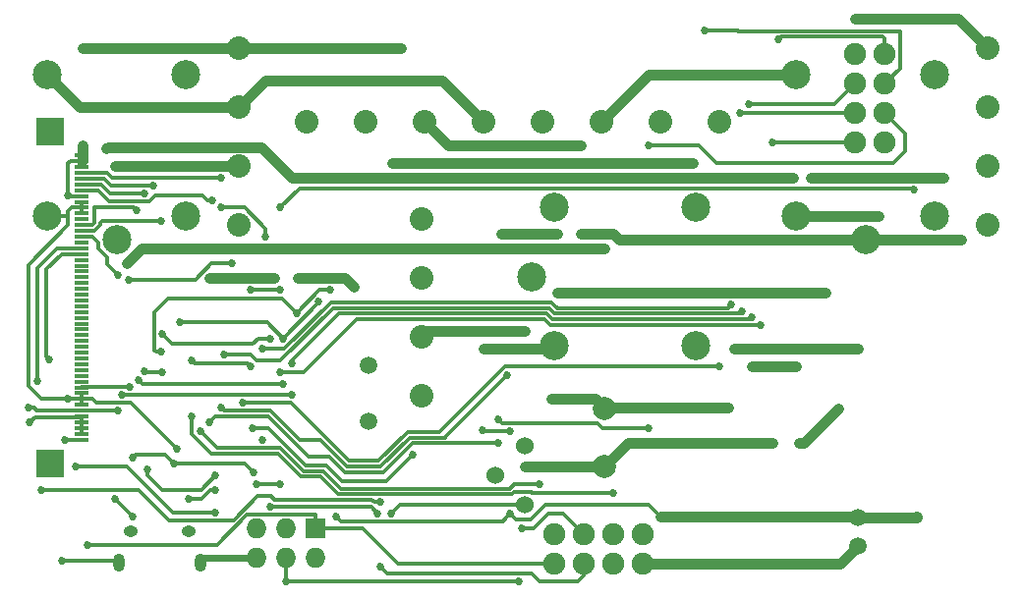
<source format=gbl>
G04 #@! TF.FileFunction,Copper,L2,Bot,Signal*
%FSLAX46Y46*%
G04 Gerber Fmt 4.6, Leading zero omitted, Abs format (unit mm)*
G04 Created by KiCad (PCBNEW (2014-12-04 BZR 5312)-product) date 2/1/2015 4:22:24 PM*
%MOMM*%
G01*
G04 APERTURE LIST*
%ADD10C,0.100000*%
%ADD11C,1.905000*%
%ADD12C,1.501140*%
%ADD13C,2.000000*%
%ADD14C,1.500000*%
%ADD15C,2.500000*%
%ADD16R,1.200000X0.300000*%
%ADD17R,2.400000X2.400000*%
%ADD18C,2.032000*%
%ADD19O,1.250000X0.950000*%
%ADD20O,1.000000X1.550000*%
%ADD21R,1.727200X1.727200*%
%ADD22O,1.727200X1.727200*%
%ADD23C,1.524000*%
%ADD24C,0.685800*%
%ADD25C,0.889000*%
%ADD26C,0.914400*%
%ADD27C,0.304800*%
%ADD28C,0.609600*%
G04 APERTURE END LIST*
D10*
D11*
X120396000Y-66040000D03*
X117856000Y-66040000D03*
X115316000Y-66040000D03*
X112776000Y-66040000D03*
X120396000Y-68580000D03*
X117856000Y-68580000D03*
X115316000Y-68580000D03*
X112776000Y-68580000D03*
D12*
X96774000Y-51407060D03*
X96774000Y-56288940D03*
D13*
X117094000Y-60158000D03*
X117094000Y-55158000D03*
D11*
X141224000Y-24638000D03*
X138684000Y-24638000D03*
X141224000Y-27178000D03*
X138684000Y-27178000D03*
X141224000Y-29718000D03*
X138684000Y-29718000D03*
X141224000Y-32258000D03*
X138684000Y-32258000D03*
D14*
X138938000Y-67036000D03*
X138938000Y-64536000D03*
D15*
X112776000Y-49784000D03*
X112776000Y-37784000D03*
X124976000Y-37784000D03*
X124976000Y-49784000D03*
X110776000Y-43784000D03*
X81026000Y-38608000D03*
X69026000Y-38608000D03*
X69026000Y-26408000D03*
X81026000Y-26408000D03*
X75026000Y-40608000D03*
D16*
X72041001Y-57853425D03*
X72041001Y-57353425D03*
X72041001Y-56853425D03*
X72041001Y-56353425D03*
X72041001Y-55853425D03*
X72041001Y-55353425D03*
X72041001Y-54853425D03*
X72041001Y-54353425D03*
X72041001Y-53853425D03*
X72041001Y-53353425D03*
X72041001Y-52853425D03*
X72041001Y-52353425D03*
X72041001Y-51853425D03*
X72041001Y-51353425D03*
X72041001Y-50853425D03*
X72041001Y-50353425D03*
X72041001Y-49853425D03*
X72041001Y-49353425D03*
X72041001Y-48853425D03*
X72041001Y-48353425D03*
X72041001Y-47853425D03*
X72041001Y-47353425D03*
X72041001Y-46853425D03*
X72041001Y-46353425D03*
X72041001Y-45853425D03*
X72041001Y-45353425D03*
X72041001Y-44853425D03*
X72041001Y-44353425D03*
X72041001Y-43853425D03*
X72041001Y-43353425D03*
X72041001Y-42853425D03*
X72041001Y-42353425D03*
X72041001Y-41853425D03*
X72041001Y-41353425D03*
X72041001Y-40853425D03*
X72041001Y-40353425D03*
X72041001Y-39853425D03*
X72041001Y-39353425D03*
X72041001Y-38853425D03*
X72041001Y-38353425D03*
X72041001Y-37853425D03*
X72041001Y-37353425D03*
X72041001Y-36853425D03*
X72041001Y-36353425D03*
X72041001Y-35853425D03*
X72041001Y-35353425D03*
X72041001Y-34853425D03*
X72041001Y-34353425D03*
X72041001Y-33853425D03*
X72041001Y-33353425D03*
D17*
X69341001Y-59953425D03*
X69341001Y-31253425D03*
D15*
X145542000Y-38608000D03*
X133542000Y-38608000D03*
X133542000Y-26408000D03*
X145542000Y-26408000D03*
X139542000Y-40608000D03*
D18*
X101346000Y-43942000D03*
X101346000Y-49022000D03*
X101346000Y-54102000D03*
X101346000Y-38862000D03*
X85598000Y-29210000D03*
X85598000Y-34290000D03*
X85598000Y-39370000D03*
X85598000Y-24130000D03*
X150114000Y-29210000D03*
X150114000Y-34290000D03*
X150114000Y-39370000D03*
X150114000Y-24130000D03*
D19*
X76270000Y-65786000D03*
X81270000Y-65786000D03*
D20*
X75270000Y-68486000D03*
X82270000Y-68486000D03*
D18*
X106680000Y-30480000D03*
X111760000Y-30480000D03*
X101600000Y-30480000D03*
X116840000Y-30480000D03*
X96520000Y-30480000D03*
X91440000Y-30480000D03*
X121920000Y-30480000D03*
X127000000Y-30480000D03*
D21*
X92202000Y-65532000D03*
D22*
X92202000Y-68072000D03*
X89662000Y-65532000D03*
X89662000Y-68072000D03*
X87122000Y-65532000D03*
X87122000Y-68072000D03*
D23*
X107696000Y-60960000D03*
X110236000Y-58420000D03*
X110236000Y-63500000D03*
D24*
X111760000Y-34036000D03*
X124714000Y-34036000D03*
X98806000Y-34036000D03*
D25*
X110236000Y-48514000D03*
D24*
X70358000Y-68326000D03*
X78905110Y-50292000D03*
X75184000Y-55372000D03*
X93472000Y-44958000D03*
X138684000Y-21590000D03*
X110236000Y-60198000D03*
X98711599Y-64243737D03*
X90551000Y-46937848D03*
X99568000Y-24130000D03*
X131657154Y-45212000D03*
X108204000Y-40131617D03*
X113030000Y-40132000D03*
X113030000Y-45212000D03*
X136144000Y-45212000D03*
X67437000Y-55118000D03*
X72136000Y-32512000D03*
X72136000Y-24130000D03*
X131572000Y-58166000D03*
X70866000Y-36830000D03*
X74930000Y-34290000D03*
X134874000Y-35306000D03*
X146304000Y-35306000D03*
X115062000Y-32512000D03*
X115062000Y-40132000D03*
X147828000Y-40640000D03*
X112522000Y-54356000D03*
X75946000Y-42672000D03*
X138938000Y-50038000D03*
X128270000Y-50038000D03*
X127762000Y-55118000D03*
X117094000Y-41402000D03*
X92456000Y-41402000D03*
X86868000Y-60706000D03*
X76454000Y-59436000D03*
X74899106Y-62992000D03*
X76454000Y-64516000D03*
X80010000Y-59944000D03*
X80264000Y-58674000D03*
X93980000Y-64516000D03*
X95510057Y-35306000D03*
X92461385Y-45979385D03*
X74168000Y-32766000D03*
X70868575Y-54353425D03*
X89364474Y-49119355D03*
X80518000Y-47752000D03*
X140716000Y-38608000D03*
X106596000Y-57066000D03*
X108966000Y-57150000D03*
X108966000Y-64262000D03*
X121920000Y-64516000D03*
X129794000Y-64516000D03*
X129794000Y-51562000D03*
X133604000Y-51562000D03*
X112776000Y-35306000D03*
X133350000Y-35306000D03*
D25*
X144018000Y-64516000D03*
D24*
X95504000Y-44704000D03*
X90678000Y-43942000D03*
X88646000Y-43942000D03*
X83058000Y-43942000D03*
X137213340Y-55196740D03*
X133858000Y-58166000D03*
X70612000Y-57912000D03*
X67564000Y-56388000D03*
X76073000Y-44069000D03*
X76200000Y-53340000D03*
X84963000Y-42672000D03*
X69219357Y-50931357D03*
X72517000Y-66929000D03*
X109982000Y-65532000D03*
X109728000Y-70104000D03*
X89154000Y-61722000D03*
X87122000Y-61722000D03*
X83566000Y-64135000D03*
X71501000Y-60198000D03*
X68199000Y-52832000D03*
X89662000Y-70104000D03*
X90170000Y-53975000D03*
X75509118Y-54013110D03*
X75184000Y-43649910D03*
X88252000Y-63665089D03*
X97536000Y-64243728D03*
X97790000Y-68834000D03*
X88265000Y-49164702D03*
X78994000Y-48768000D03*
X78905110Y-38989000D03*
X89408000Y-53086000D03*
X76796890Y-38100000D03*
X76962000Y-52705000D03*
X83312000Y-37211000D03*
X77470000Y-36652220D03*
X77470000Y-51943000D03*
X78994000Y-52070000D03*
X78232000Y-35979110D03*
X84074000Y-35306000D03*
X84074000Y-37846000D03*
X87884000Y-40386000D03*
X106680000Y-50038000D03*
X81534000Y-55880000D03*
X117856000Y-62484000D03*
X82296000Y-57150000D03*
X111506000Y-61722000D03*
X132080000Y-23368000D03*
X129794000Y-47332890D03*
X90170000Y-51308000D03*
X85940890Y-54648110D03*
X125730000Y-22606000D03*
X127000000Y-51562000D03*
X87591890Y-57912000D03*
X84328000Y-50546000D03*
X128936215Y-46824890D03*
X129540000Y-28956000D03*
X120904000Y-32512000D03*
X120904000Y-56896000D03*
X107950000Y-56134000D03*
X107950000Y-58166000D03*
X83058000Y-56388000D03*
X128016000Y-46228000D03*
X128778000Y-29718000D03*
X87591890Y-50038000D03*
X130556000Y-48006000D03*
X131572000Y-32258000D03*
X89154000Y-52070000D03*
X84074000Y-55118000D03*
X108712000Y-52324000D03*
X86614000Y-44958000D03*
X89154000Y-44958000D03*
X143764000Y-36322000D03*
X89154000Y-37846000D03*
X97790000Y-63246000D03*
X68580000Y-62230000D03*
X83566000Y-60960000D03*
X77724000Y-60452000D03*
X83566000Y-62230000D03*
X81280000Y-62992000D03*
X86724461Y-56896000D03*
X86614000Y-51562000D03*
X81534000Y-51054000D03*
X100584000Y-59182000D03*
D26*
X111760000Y-34036000D02*
X124714000Y-34036000D01*
X111760000Y-34036000D02*
X98806000Y-34036000D01*
X110236000Y-48514000D02*
X101854000Y-48514000D01*
X101854000Y-48514000D02*
X101346000Y-49022000D01*
D27*
X70358000Y-68326000D02*
X75110000Y-68326000D01*
X75110000Y-68326000D02*
X75270000Y-68486000D01*
X79502000Y-45720000D02*
X89333152Y-45720000D01*
X89333152Y-45720000D02*
X90551000Y-46937848D01*
X78320899Y-46901101D02*
X79502000Y-45720000D01*
X78905110Y-50292000D02*
X78420177Y-50292000D01*
X78420177Y-50292000D02*
X78320899Y-50192722D01*
X78320899Y-50192722D02*
X78320899Y-46901101D01*
X75184000Y-55372000D02*
X72059576Y-55372000D01*
X72059576Y-55372000D02*
X72041001Y-55353425D01*
D28*
X87122000Y-68072000D02*
X82684000Y-68072000D01*
X82684000Y-68072000D02*
X82270000Y-68486000D01*
D27*
X90551000Y-46937848D02*
X92530848Y-44958000D01*
X92530848Y-44958000D02*
X93472000Y-44958000D01*
D26*
X138684000Y-21590000D02*
X147574000Y-21590000D01*
X147574000Y-21590000D02*
X150114000Y-24130000D01*
X117094000Y-60158000D02*
X110276000Y-60158000D01*
X110276000Y-60158000D02*
X110236000Y-60198000D01*
X120396000Y-68580000D02*
X137394000Y-68580000D01*
X137394000Y-68580000D02*
X138938000Y-67036000D01*
D27*
X110236000Y-63500000D02*
X99455336Y-63500000D01*
X99455336Y-63500000D02*
X98711599Y-64243737D01*
D26*
X85598000Y-24130000D02*
X99568000Y-24130000D01*
X136144000Y-45212000D02*
X131657154Y-45212000D01*
X131657154Y-45212000D02*
X113030000Y-45212000D01*
X108204383Y-40132000D02*
X108204000Y-40131617D01*
X113030000Y-40132000D02*
X108204383Y-40132000D01*
D27*
X67437000Y-55118000D02*
X67921933Y-55118000D01*
X67921933Y-55118000D02*
X68157358Y-55353425D01*
X68157358Y-55353425D02*
X71136201Y-55353425D01*
X71136201Y-55353425D02*
X72041001Y-55353425D01*
D26*
X72136000Y-32512000D02*
X72136000Y-33758426D01*
X72136000Y-33758426D02*
X72041001Y-33853425D01*
X85598000Y-24130000D02*
X72136000Y-24130000D01*
D27*
X72041001Y-33853425D02*
X72041001Y-34297024D01*
X72041001Y-33353425D02*
X72041001Y-33853425D01*
X72041001Y-55353425D02*
X70339425Y-55353425D01*
X82270000Y-68761000D02*
X82270000Y-68486000D01*
D26*
X119086000Y-58166000D02*
X117094000Y-60158000D01*
X130556000Y-58166000D02*
X119086000Y-58166000D01*
X130556000Y-58166000D02*
X131572000Y-58166000D01*
D27*
X71136201Y-36853425D02*
X72041001Y-36853425D01*
X70866000Y-36583224D02*
X71136201Y-36853425D01*
X70866000Y-34036000D02*
X70866000Y-36583224D01*
X71048575Y-33853425D02*
X70866000Y-34036000D01*
X72041001Y-33853425D02*
X71048575Y-33853425D01*
X70889425Y-36853425D02*
X70866000Y-36830000D01*
X71136201Y-36853425D02*
X70889425Y-36853425D01*
D26*
X71828000Y-29210000D02*
X69026000Y-26408000D01*
X85598000Y-29210000D02*
X71828000Y-29210000D01*
X105664001Y-29464001D02*
X106680000Y-30480000D01*
X103124000Y-26924000D02*
X105664001Y-29464001D01*
X87884000Y-26924000D02*
X103124000Y-26924000D01*
X85598000Y-29210000D02*
X87884000Y-26924000D01*
X74930000Y-34290000D02*
X85598000Y-34290000D01*
X146304000Y-35306000D02*
X134874000Y-35306000D01*
X120912000Y-26408000D02*
X116840000Y-30480000D01*
X133542000Y-26408000D02*
X120912000Y-26408000D01*
X115062000Y-32512000D02*
X103632000Y-32512000D01*
X118332000Y-40608000D02*
X117856000Y-40132000D01*
X117856000Y-40132000D02*
X115062000Y-40132000D01*
X139542000Y-40608000D02*
X118332000Y-40608000D01*
X147828000Y-40640000D02*
X139574000Y-40640000D01*
X139574000Y-40640000D02*
X139542000Y-40608000D01*
X103632000Y-32512000D02*
X101600000Y-30480000D01*
X112522000Y-54356000D02*
X116292000Y-54356000D01*
X116292000Y-54356000D02*
X117094000Y-55158000D01*
X75946000Y-42672000D02*
X77216000Y-41402000D01*
X77216000Y-41402000D02*
X77470000Y-41402000D01*
X77470000Y-41402000D02*
X77343000Y-41402000D01*
X77470000Y-41402000D02*
X92456000Y-41402000D01*
X138938000Y-50038000D02*
X128270000Y-50038000D01*
X117134000Y-55118000D02*
X117094000Y-55158000D01*
X127762000Y-55118000D02*
X117134000Y-55118000D01*
X117094000Y-41402000D02*
X92456000Y-41402000D01*
D27*
X80010000Y-59944000D02*
X86106000Y-59944000D01*
X86106000Y-59944000D02*
X86868000Y-60706000D01*
X80010000Y-59944000D02*
X79248000Y-59182000D01*
X79248000Y-59182000D02*
X76708000Y-59182000D01*
X76708000Y-59182000D02*
X76454000Y-59436000D01*
X76454000Y-64516000D02*
X76423106Y-64516000D01*
X76423106Y-64516000D02*
X74899106Y-62992000D01*
X72041001Y-54353425D02*
X72945801Y-54353425D01*
X72945801Y-54353425D02*
X73291275Y-54698899D01*
X73291275Y-54698899D02*
X76288899Y-54698899D01*
X76288899Y-54698899D02*
X77635101Y-56045101D01*
X77635101Y-56045101D02*
X80264000Y-58674000D01*
X93980000Y-64516000D02*
X94380838Y-64916838D01*
X94380838Y-64916838D02*
X108311162Y-64916838D01*
X108311162Y-64916838D02*
X108623101Y-64604899D01*
X108623101Y-64604899D02*
X108966000Y-64262000D01*
D26*
X112776000Y-35306000D02*
X95510057Y-35306000D01*
X95510057Y-35306000D02*
X90170000Y-35306000D01*
D27*
X89364474Y-49119355D02*
X92461385Y-46022444D01*
X92461385Y-46022444D02*
X92461385Y-45979385D01*
D26*
X90170000Y-35306000D02*
X87502999Y-32638999D01*
X87502999Y-32638999D02*
X74295001Y-32638999D01*
X74295001Y-32638999D02*
X74168000Y-32766000D01*
D27*
X80518000Y-47752000D02*
X87997119Y-47752000D01*
X87997119Y-47752000D02*
X89364474Y-49119355D01*
D26*
X133542000Y-38608000D02*
X140716000Y-38608000D01*
D27*
X108966000Y-64262000D02*
X109474000Y-64770000D01*
X109474000Y-64770000D02*
X110744000Y-64770000D01*
X110744000Y-64770000D02*
X112014000Y-63500000D01*
X112014000Y-63500000D02*
X120904000Y-63500000D01*
X120904000Y-63500000D02*
X121920000Y-64516000D01*
X108966000Y-57150000D02*
X106680000Y-57150000D01*
X106680000Y-57150000D02*
X106596000Y-57066000D01*
D26*
X129794000Y-64516000D02*
X121920000Y-64516000D01*
X133350000Y-35306000D02*
X131367402Y-35306000D01*
X131367402Y-35306000D02*
X112776000Y-35306000D01*
X129794000Y-64516000D02*
X138918000Y-64516000D01*
X138918000Y-64516000D02*
X138938000Y-64536000D01*
X133604000Y-51562000D02*
X129794000Y-51562000D01*
D27*
X70866000Y-38535766D02*
X70866000Y-39370000D01*
X70866000Y-39370000D02*
X67437000Y-42799000D01*
X67437000Y-42799000D02*
X67437000Y-53213000D01*
X67437000Y-53213000D02*
X68580000Y-54356000D01*
X68580000Y-54356000D02*
X70866000Y-54356000D01*
X70866000Y-54356000D02*
X70868575Y-54353425D01*
X70868575Y-54353425D02*
X72041001Y-54353425D01*
X68326000Y-39178000D02*
X68518000Y-39370000D01*
X72041001Y-37853425D02*
X72041001Y-38297024D01*
X72041001Y-37853425D02*
X72041001Y-37409826D01*
X72033576Y-37846000D02*
X72041001Y-37853425D01*
X72041001Y-54353425D02*
X72041001Y-54797024D01*
X72041001Y-54353425D02*
X72041001Y-53909826D01*
X72038426Y-54356000D02*
X72041001Y-54353425D01*
D26*
X138938000Y-64536000D02*
X143998000Y-64536000D01*
X143998000Y-64536000D02*
X144018000Y-64516000D01*
D27*
X71136201Y-37853425D02*
X70866000Y-38123626D01*
X72041001Y-37853425D02*
X71136201Y-37853425D01*
X70793766Y-38608000D02*
X69026000Y-38608000D01*
X70866000Y-38535766D02*
X70793766Y-38608000D01*
X70866000Y-38123626D02*
X70866000Y-38535766D01*
D26*
X94742000Y-43942000D02*
X95504000Y-44704000D01*
X90678000Y-43942000D02*
X94742000Y-43942000D01*
X83058000Y-43942000D02*
X88646000Y-43942000D01*
X133858000Y-58166000D02*
X134244080Y-58166000D01*
X134244080Y-58166000D02*
X137213340Y-55196740D01*
D27*
X70612000Y-57912000D02*
X72038827Y-57912000D01*
X72038827Y-57912000D02*
X72041001Y-57909826D01*
X72041001Y-56853425D02*
X72041001Y-57297024D01*
X72041001Y-56853425D02*
X72041001Y-56353425D01*
X72041001Y-56353425D02*
X72041001Y-55909826D01*
X72041001Y-55909826D02*
X68042174Y-55909826D01*
X68042174Y-55909826D02*
X67564000Y-56388000D01*
X76073000Y-44069000D02*
X81817435Y-44069000D01*
X75057000Y-53340000D02*
X76200000Y-53340000D01*
X75057000Y-53340000D02*
X72054426Y-53340000D01*
X72054426Y-53340000D02*
X72041001Y-53353425D01*
X84963000Y-42672000D02*
X83214435Y-42672000D01*
X83214435Y-42672000D02*
X81817435Y-44069000D01*
X69013369Y-43127631D02*
X69013369Y-50725369D01*
X69013369Y-50725369D02*
X69219357Y-50931357D01*
X69013369Y-43127631D02*
X68961000Y-43180000D01*
X70287575Y-41853425D02*
X69013369Y-43127631D01*
X99314000Y-68580000D02*
X96266000Y-65532000D01*
X96266000Y-65532000D02*
X92202000Y-65532000D01*
X112776000Y-68580000D02*
X99314000Y-68580000D01*
X83693000Y-66929000D02*
X86283801Y-64338199D01*
X86283801Y-64338199D02*
X92176599Y-64338199D01*
X92176599Y-64338199D02*
X92202000Y-64363600D01*
X92202000Y-64363600D02*
X92202000Y-65532000D01*
X72517000Y-66929000D02*
X83693000Y-66929000D01*
X72041001Y-41853425D02*
X70287575Y-41853425D01*
X109982000Y-65532000D02*
X110998000Y-65532000D01*
X110998000Y-65532000D02*
X112268000Y-64262000D01*
X112268000Y-64262000D02*
X113538000Y-64262000D01*
X113538000Y-64262000D02*
X115316000Y-66040000D01*
X89662000Y-70104000D02*
X109728000Y-70104000D01*
X87122000Y-61722000D02*
X89154000Y-61722000D01*
X68199000Y-44290626D02*
X68199000Y-44538787D01*
X68199000Y-44538787D02*
X68199000Y-52832000D01*
X72041001Y-41353425D02*
X69898575Y-41353425D01*
X69898575Y-41353425D02*
X68199000Y-43053000D01*
X68199000Y-43053000D02*
X68199000Y-44538787D01*
X75946000Y-60198000D02*
X79883000Y-64135000D01*
X79883000Y-64135000D02*
X83566000Y-64135000D01*
X71501000Y-60198000D02*
X75946000Y-60198000D01*
X89662000Y-68072000D02*
X89662000Y-70104000D01*
X81249030Y-53975000D02*
X81210920Y-54013110D01*
X81210920Y-54013110D02*
X75509118Y-54013110D01*
X90170000Y-53975000D02*
X81249030Y-53975000D01*
X90131890Y-54013110D02*
X90170000Y-53975000D01*
X74243302Y-42164000D02*
X74243302Y-42709212D01*
X74243302Y-42709212D02*
X75184000Y-43649910D01*
X72041001Y-40353425D02*
X72945801Y-40353425D01*
X72945801Y-40353425D02*
X73445799Y-40853423D01*
X73445799Y-40853423D02*
X73445799Y-41366497D01*
X73445799Y-41366497D02*
X74243302Y-42164000D01*
X97536000Y-64243728D02*
X96957361Y-63665089D01*
X96957361Y-63665089D02*
X88252000Y-63665089D01*
X87233298Y-49164702D02*
X86779101Y-49618899D01*
X86779101Y-49618899D02*
X79844899Y-49618899D01*
X79844899Y-49618899D02*
X79336899Y-49110899D01*
X79336899Y-49110899D02*
X78994000Y-48768000D01*
X88265000Y-49164702D02*
X87233298Y-49164702D01*
X97790000Y-68834000D02*
X98386899Y-69430899D01*
X98386899Y-69430899D02*
X110832899Y-69430899D01*
X110832899Y-69430899D02*
X111506000Y-70104000D01*
X111506000Y-70104000D02*
X114808000Y-70104000D01*
X114808000Y-70104000D02*
X115316000Y-69596000D01*
X115316000Y-69596000D02*
X115316000Y-68580000D01*
X73634610Y-39141390D02*
X73787000Y-38989000D01*
X73787000Y-38989000D02*
X78905110Y-38989000D01*
X73634610Y-39347129D02*
X73634610Y-39141390D01*
X72041001Y-39853425D02*
X73128314Y-39853425D01*
X73128314Y-39853425D02*
X73634610Y-39347129D01*
X77304899Y-53047899D02*
X89369899Y-53047899D01*
X89369899Y-53047899D02*
X89408000Y-53086000D01*
X73152000Y-37846000D02*
X76542890Y-37846000D01*
X76542890Y-37846000D02*
X76796890Y-38100000D01*
X73152000Y-39147226D02*
X73152000Y-37846000D01*
X72041001Y-39353425D02*
X72945801Y-39353425D01*
X72945801Y-39353425D02*
X73152000Y-39147226D01*
X76962000Y-52705000D02*
X77304899Y-53047899D01*
X72041001Y-36353425D02*
X73437425Y-36353425D01*
X73437425Y-36353425D02*
X74409321Y-37325321D01*
X74409321Y-37325321D02*
X77863679Y-37325321D01*
X77863679Y-37325321D02*
X78359000Y-36830000D01*
X78359000Y-36830000D02*
X82446067Y-36830000D01*
X82446067Y-36830000D02*
X82827067Y-37211000D01*
X82827067Y-37211000D02*
X83312000Y-37211000D01*
X74498220Y-36652220D02*
X73699425Y-35853425D01*
X73699425Y-35853425D02*
X72041001Y-35853425D01*
X77470000Y-36652220D02*
X74498220Y-36652220D01*
X78994000Y-52070000D02*
X77597000Y-52070000D01*
X77597000Y-52070000D02*
X77470000Y-51943000D01*
X74587110Y-35979110D02*
X73961425Y-35353425D01*
X73961425Y-35353425D02*
X72041001Y-35353425D01*
X78232000Y-35979110D02*
X74587110Y-35979110D01*
X84074000Y-35306000D02*
X74676000Y-35306000D01*
X74676000Y-35306000D02*
X74223425Y-34853425D01*
X74223425Y-34853425D02*
X72041001Y-34853425D01*
X87884000Y-40386000D02*
X87884000Y-39663622D01*
X87884000Y-39663622D02*
X86066378Y-37846000D01*
X86066378Y-37846000D02*
X84074000Y-37846000D01*
D26*
X112522000Y-50038000D02*
X112776000Y-49784000D01*
X106680000Y-50038000D02*
X112522000Y-50038000D01*
D27*
X88944685Y-59067711D02*
X83217521Y-59067711D01*
X83217521Y-59067711D02*
X81534000Y-57384190D01*
X81534000Y-57384190D02*
X81534000Y-56364933D01*
X81534000Y-56364933D02*
X81534000Y-55880000D01*
X92621101Y-61048899D02*
X90925873Y-61048899D01*
X90925873Y-61048899D02*
X88944685Y-59067711D01*
X109131101Y-62572899D02*
X94145101Y-62572899D01*
X117856000Y-62484000D02*
X110836458Y-62484000D01*
X110836458Y-62484000D02*
X110760257Y-62407799D01*
X110760257Y-62407799D02*
X109296201Y-62407799D01*
X109296201Y-62407799D02*
X109131101Y-62572899D01*
X94145101Y-62572899D02*
X92621101Y-61048899D01*
X92821004Y-60566289D02*
X91125776Y-60566289D01*
X91125776Y-60566289D02*
X89144588Y-58585101D01*
X89144588Y-58585101D02*
X83731101Y-58585101D01*
X83731101Y-58585101D02*
X82638899Y-57492899D01*
X82638899Y-57492899D02*
X82296000Y-57150000D01*
X111506000Y-61722000D02*
X109299487Y-61722000D01*
X109299487Y-61722000D02*
X108931198Y-62090289D01*
X108931198Y-62090289D02*
X94345003Y-62090289D01*
X94345003Y-62090289D02*
X92821004Y-60566289D01*
X141047038Y-23114000D02*
X132365573Y-23114000D01*
X132080000Y-23368000D02*
X132334000Y-23114000D01*
X132334000Y-23114000D02*
X132365573Y-23114000D01*
X128524000Y-47498000D02*
X129628890Y-47498000D01*
X129628890Y-47498000D02*
X129794000Y-47332890D01*
X141224000Y-24638000D02*
X141224000Y-23290962D01*
X141224000Y-23290962D02*
X141047038Y-23114000D01*
X112599931Y-47498000D02*
X128524000Y-47498000D01*
X94234000Y-46990000D02*
X112091931Y-46990000D01*
X112091931Y-46990000D02*
X112599931Y-47498000D01*
X93472000Y-47752000D02*
X94234000Y-46990000D01*
X93472000Y-47752000D02*
X90170000Y-51054000D01*
X90170000Y-51054000D02*
X90170000Y-51308000D01*
X85940890Y-54648110D02*
X90049134Y-54648110D01*
X125730000Y-22606000D02*
X128578085Y-22606000D01*
X128578085Y-22606000D02*
X128590786Y-22618701D01*
X128590786Y-22618701D02*
X142506701Y-22618701D01*
X142506701Y-22618701D02*
X142506701Y-25895299D01*
X142506701Y-25895299D02*
X141224000Y-27178000D01*
X126746000Y-51562000D02*
X127000000Y-51562000D01*
X108477810Y-51562000D02*
X126746000Y-51562000D01*
X100104707Y-57200780D02*
X102839030Y-57200780D01*
X102839030Y-57200780D02*
X108477810Y-51562000D01*
X95091024Y-59690000D02*
X97615488Y-59690000D01*
X97615488Y-59690000D02*
X100104707Y-57200780D01*
X90049134Y-54648110D02*
X95091024Y-59690000D01*
X84328000Y-50546000D02*
X86614000Y-50546000D01*
X86614000Y-50546000D02*
X87122000Y-51054000D01*
X87122000Y-51054000D02*
X89154000Y-51054000D01*
X89154000Y-51054000D02*
X93700610Y-46507390D01*
X93700610Y-46507390D02*
X112291833Y-46507390D01*
X112291833Y-46507390D02*
X112774443Y-46990000D01*
X112774443Y-46990000D02*
X128771105Y-46990000D01*
X128771105Y-46990000D02*
X128936215Y-46824890D01*
X138684000Y-27178000D02*
X136906000Y-28956000D01*
X136906000Y-28956000D02*
X129540000Y-28956000D01*
X112774443Y-46990000D02*
X112905601Y-46990000D01*
X141224000Y-29718000D02*
X143002000Y-31496000D01*
X143002000Y-31496000D02*
X143002000Y-33020000D01*
X143002000Y-33020000D02*
X141986000Y-34036000D01*
X141986000Y-34036000D02*
X126746000Y-34036000D01*
X126746000Y-34036000D02*
X125222000Y-32512000D01*
X125222000Y-32512000D02*
X120904000Y-32512000D01*
X116863302Y-56896000D02*
X120904000Y-56896000D01*
X107950000Y-56134000D02*
X108292899Y-56476899D01*
X108292899Y-56476899D02*
X116444201Y-56476899D01*
X116444201Y-56476899D02*
X116863302Y-56896000D01*
X98044000Y-60706000D02*
X100584000Y-58166000D01*
X100584000Y-58166000D02*
X107950000Y-58166000D01*
X97536000Y-60706000D02*
X98044000Y-60706000D01*
X97536000Y-60706000D02*
X94742000Y-60706000D01*
X94742000Y-60706000D02*
X93383101Y-59347101D01*
X93383101Y-59347101D02*
X91605101Y-59347101D01*
X91605101Y-59347101D02*
X88138000Y-55880000D01*
X88138000Y-55880000D02*
X83566000Y-55880000D01*
X83566000Y-55880000D02*
X83058000Y-56388000D01*
X128016000Y-46228000D02*
X127736610Y-46507390D01*
X127736610Y-46507390D02*
X127482610Y-46507390D01*
X112974346Y-46507390D02*
X127482610Y-46507390D01*
X112974346Y-46507390D02*
X112999736Y-46482000D01*
X138684000Y-29718000D02*
X128778000Y-29718000D01*
X87591890Y-50038000D02*
X89487488Y-50038000D01*
X89487488Y-50038000D02*
X93500707Y-46024780D01*
X93500707Y-46024780D02*
X112491736Y-46024780D01*
X112491736Y-46024780D02*
X112974346Y-46507390D01*
X112974346Y-46507390D02*
X113055390Y-46507390D01*
X130556000Y-48006000D02*
X112425418Y-48006000D01*
X112425418Y-48006000D02*
X111917418Y-47498000D01*
X111917418Y-47498000D02*
X95758000Y-47498000D01*
X95758000Y-47498000D02*
X91186000Y-52070000D01*
X91186000Y-52070000D02*
X90678000Y-52070000D01*
X90678000Y-52070000D02*
X89154000Y-52070000D01*
X138684000Y-32258000D02*
X131572000Y-32258000D01*
X88312512Y-55372000D02*
X84328000Y-55372000D01*
X84328000Y-55372000D02*
X84074000Y-55118000D01*
X92630512Y-57912000D02*
X90852512Y-57912000D01*
X90852512Y-57912000D02*
X88312512Y-55372000D01*
X97790000Y-60198000D02*
X94916512Y-60198000D01*
X94916512Y-60198000D02*
X92630512Y-57912000D01*
X100304610Y-57683390D02*
X97790000Y-60198000D01*
X103378000Y-57658000D02*
X103352610Y-57683390D01*
X103352610Y-57683390D02*
X100304610Y-57683390D01*
X105156000Y-55880000D02*
X103378000Y-57658000D01*
X108712000Y-52324000D02*
X105156000Y-55880000D01*
X89154000Y-44958000D02*
X86614000Y-44958000D01*
X132706201Y-36203799D02*
X143645799Y-36203799D01*
X143645799Y-36203799D02*
X143764000Y-36322000D01*
X89154000Y-37846000D02*
X90796201Y-36203799D01*
X90796201Y-36203799D02*
X132706201Y-36203799D01*
X97790000Y-63246000D02*
X97220785Y-63246000D01*
X97220785Y-63246000D02*
X97030294Y-63055509D01*
X97030294Y-63055509D02*
X88638610Y-63055509D01*
X88638610Y-63055509D02*
X88321101Y-62738000D01*
X88321101Y-62738000D02*
X87201488Y-62738000D01*
X76962000Y-62230000D02*
X79540101Y-64808101D01*
X79540101Y-64808101D02*
X85131387Y-64808101D01*
X85131387Y-64808101D02*
X87201488Y-62738000D01*
X68580000Y-62230000D02*
X76962000Y-62230000D01*
X79004636Y-62217569D02*
X82308431Y-62217569D01*
X82308431Y-62217569D02*
X83566000Y-60960000D01*
X77724000Y-60936933D02*
X79004636Y-62217569D01*
X77724000Y-60452000D02*
X77724000Y-60936933D01*
X81280000Y-62992000D02*
X81941228Y-62992000D01*
X83081067Y-62230000D02*
X82319067Y-62992000D01*
X83566000Y-62230000D02*
X83081067Y-62230000D01*
X82319067Y-62992000D02*
X81941228Y-62992000D01*
X86724461Y-56896000D02*
X88138000Y-56896000D01*
X86106000Y-51308000D02*
X86360000Y-51308000D01*
X86360000Y-51308000D02*
X86614000Y-51562000D01*
X88138000Y-56896000D02*
X91325679Y-60083679D01*
X91325679Y-60083679D02*
X93103679Y-60083679D01*
X93103679Y-60083679D02*
X94488000Y-61468000D01*
X94488000Y-61468000D02*
X98298000Y-61468000D01*
X98298000Y-61468000D02*
X100584000Y-59182000D01*
X86106000Y-51308000D02*
X81788000Y-51308000D01*
X81788000Y-51308000D02*
X81534000Y-51054000D01*
M02*

</source>
